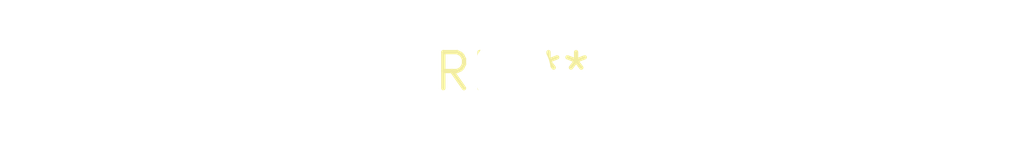
<source format=kicad_pcb>
(kicad_pcb (version 20240108) (generator pcbnew)
  (layers (0 "F.Cu" signal) (31 "B.Cu" signal) (34 "B.Paste" user) (35 "F.Paste" user) (36 "B.SilkS" user "B.Silkscreen") (37 "F.SilkS" user "F.Silkscreen") (38 "B.Mask" user) (39 "F.Mask" user) (44 "Edge.Cuts" user))
  (net 0 "")
  (footprint "MountingHole_2.7mm_M2.5_ISO14580" (layer "F.Cu") (at 0 0)
    (property "Reference" "REF**")
    (property "Value" "MountingHole_2.7mm_M2.5_ISO14580")
    (pad "" np_thru_hole circle (at 0 0) (size 2.7 2.7) (drill 2.7) (layers *.Cu *.Mask))
  )
)
</source>
